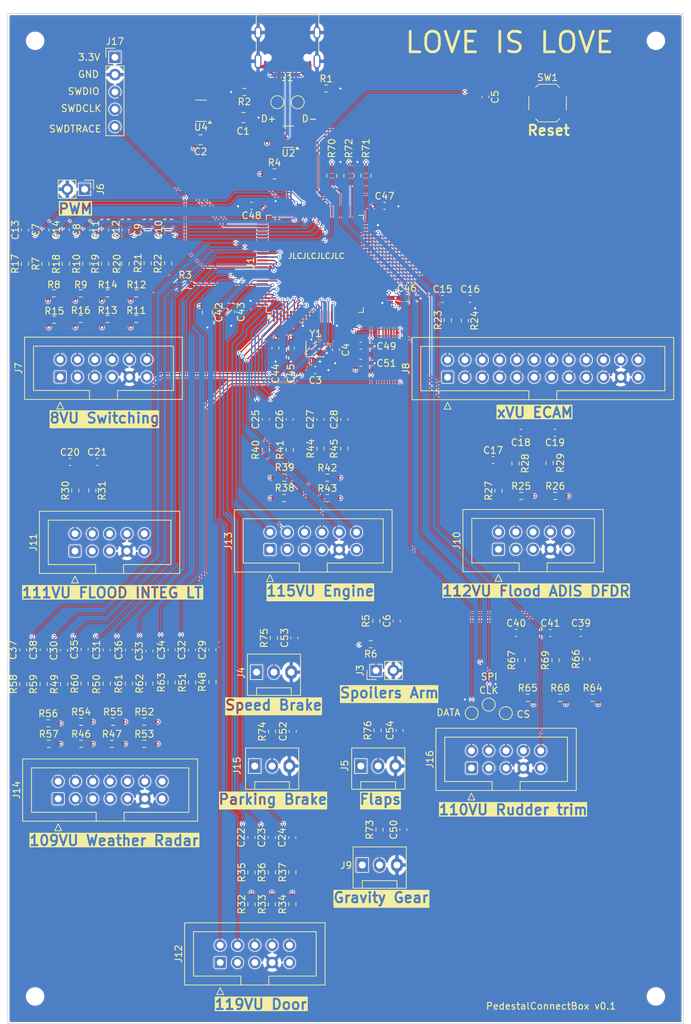
<source format=kicad_pcb>
(kicad_pcb
	(version 20240108)
	(generator "pcbnew")
	(generator_version "8.0")
	(general
		(thickness 1.6)
		(legacy_teardrops no)
	)
	(paper "A4" portrait)
	(layers
		(0 "F.Cu" signal)
		(1 "In1.Cu" signal)
		(2 "In2.Cu" signal)
		(31 "B.Cu" signal)
		(34 "B.Paste" user)
		(35 "F.Paste" user)
		(36 "B.SilkS" user "B.Silkscreen")
		(37 "F.SilkS" user "F.Silkscreen")
		(38 "B.Mask" user)
		(39 "F.Mask" user)
		(44 "Edge.Cuts" user)
		(45 "Margin" user)
		(46 "B.CrtYd" user "B.Courtyard")
		(47 "F.CrtYd" user "F.Courtyard")
		(48 "B.Fab" user)
		(49 "F.Fab" user)
	)
	(setup
		(stackup
			(layer "F.SilkS"
				(type "Top Silk Screen")
				(color "White")
			)
			(layer "F.Paste"
				(type "Top Solder Paste")
			)
			(layer "F.Mask"
				(type "Top Solder Mask")
				(color "Black")
				(thickness 0.01)
			)
			(layer "F.Cu"
				(type "copper")
				(thickness 0.035)
			)
			(layer "dielectric 1"
				(type "prepreg")
				(thickness 0.1)
				(material "FR4")
				(epsilon_r 4.5)
				(loss_tangent 0.02)
			)
			(layer "In1.Cu"
				(type "copper")
				(thickness 0.035)
			)
			(layer "dielectric 2"
				(type "core")
				(thickness 1.24)
				(material "FR4")
				(epsilon_r 4.5)
				(loss_tangent 0.02)
			)
			(layer "In2.Cu"
				(type "copper")
				(thickness 0.035)
			)
			(layer "dielectric 3"
				(type "prepreg")
				(thickness 0.1)
				(material "FR4")
				(epsilon_r 4.5)
				(loss_tangent 0.02)
			)
			(layer "B.Cu"
				(type "copper")
				(thickness 0.035)
			)
			(layer "B.Mask"
				(type "Bottom Solder Mask")
				(color "Black")
				(thickness 0.01)
			)
			(layer "B.Paste"
				(type "Bottom Solder Paste")
			)
			(layer "B.SilkS"
				(type "Bottom Silk Screen")
				(color "White")
			)
			(copper_finish "None")
			(dielectric_constraints yes)
		)
		(pad_to_mask_clearance 0)
		(allow_soldermask_bridges_in_footprints no)
		(pcbplotparams
			(layerselection 0x00010fc_ffffffff)
			(plot_on_all_layers_selection 0x0000000_00000000)
			(disableapertmacros no)
			(usegerberextensions no)
			(usegerberattributes yes)
			(usegerberadvancedattributes yes)
			(creategerberjobfile yes)
			(dashed_line_dash_ratio 12.000000)
			(dashed_line_gap_ratio 3.000000)
			(svgprecision 4)
			(plotframeref no)
			(viasonmask no)
			(mode 1)
			(useauxorigin no)
			(hpglpennumber 1)
			(hpglpenspeed 20)
			(hpglpendiameter 15.000000)
			(pdf_front_fp_property_popups yes)
			(pdf_back_fp_property_popups yes)
			(dxfpolygonmode yes)
			(dxfimperialunits yes)
			(dxfusepcbnewfont yes)
			(psnegative no)
			(psa4output no)
			(plotreference yes)
			(plotvalue yes)
			(plotfptext yes)
			(plotinvisibletext no)
			(sketchpadsonfab no)
			(subtractmaskfromsilk no)
			(outputformat 1)
			(mirror no)
			(drillshape 1)
			(scaleselection 1)
			(outputdirectory "")
		)
	)
	(net 0 "")
	(net 1 "VBUS")
	(net 2 "GND")
	(net 3 "+3V3")
	(net 4 "/HSE_IN")
	(net 5 "/HSE_OUT")
	(net 6 "/SWD_NRST")
	(net 7 "/Spoiler_arm")
	(net 8 "/AIR Capt")
	(net 9 "/AIR FO")
	(net 10 "/ECAM Capt")
	(net 11 "/ECAM FO")
	(net 12 "/EIS Capt")
	(net 13 "/EIS FO")
	(net 14 "/ATT Capt")
	(net 15 "/ATT FO")
	(net 16 "/Upper ECAM Brightness")
	(net 17 "/Lower ECAM Brightness")
	(net 18 "/FLOOD LT PED")
	(net 19 "/DFDR")
	(net 20 "/AIDS")
	(net 21 "/FLOOD LT MIP")
	(net 22 "/INTEG LT")
	(net 23 "/DOOR UNLOCK")
	(net 24 "/DOOR LOCK")
	(net 25 "/DOOR VIDEO")
	(net 26 "/ENG 1 Master")
	(net 27 "/ENG 2 Master")
	(net 28 "/ENG MODE Crank")
	(net 29 "/ENG MODE Start")
	(net 30 "/WXR Gain")
	(net 31 "/WXR Multiscan")
	(net 32 "/WXR CCS")
	(net 33 "/WXR Tilt")
	(net 34 "/WXR MAP")
	(net 35 "/WXR PWS")
	(net 36 "/WXR WX+T")
	(net 37 "/WXR TURB")
	(net 38 "/WXR SYS 1")
	(net 39 "/WXR SYS 2")
	(net 40 "/Rudder Trim Left")
	(net 41 "/Rudder Trim Right")
	(net 42 "/Rudder Reset")
	(net 43 "/Power & USB/USB_CON_D-")
	(net 44 "unconnected-(J1-SBU2-PadB8)")
	(net 45 "unconnected-(J1-SBU1-PadA8)")
	(net 46 "/Power & USB/USB_CON_D+")
	(net 47 "Net-(J1-CC2)")
	(net 48 "Net-(J1-CC1)")
	(net 49 "Net-(J3-Pin_1)")
	(net 50 "/Speed_brake")
	(net 51 "/Flaps")
	(net 52 "/PWM")
	(net 53 "Net-(J7-Pin_2)")
	(net 54 "Net-(J7-Pin_4)")
	(net 55 "Net-(J7-Pin_12)")
	(net 56 "Net-(J7-Pin_10)")
	(net 57 "Net-(J7-Pin_8)")
	(net 58 "Net-(J7-Pin_6)")
	(net 59 "/ECAM Keys Col 3")
	(net 60 "/ECAM LEDs ROW 3")
	(net 61 "/ECAM Keys Col 4")
	(net 62 "/ECAM Keys Col 2")
	(net 63 "/ECAM LEDs ROW 1")
	(net 64 "/ECAM LEDs COL 3")
	(net 65 "/ECAM LEDs ROW 2")
	(net 66 "/ECAM Keys Col 6")
	(net 67 "/ECAM Keys Row 2")
	(net 68 "/ECAM Keys Row 4")
	(net 69 "/ECAM LEDs COL 6")
	(net 70 "/ECAM Keys Col 1")
	(net 71 "/ECAM Keys Row 3")
	(net 72 "/ECAM Keys Col 5")
	(net 73 "/ECAM LEDs COL 1")
	(net 74 "/ECAM LEDs COL 4")
	(net 75 "/ECAM LEDs COL 2")
	(net 76 "/ECAM LEDs COL 5")
	(net 77 "/ECAM Keys Row 1")
	(net 78 "/Gravity Gear")
	(net 79 "Net-(J10-Pin_8)")
	(net 80 "unconnected-(J10-Pin_6-Pad6)")
	(net 81 "unconnected-(J10-Pin_5-Pad5)")
	(net 82 "Net-(J10-Pin_4)")
	(net 83 "unconnected-(J11-Pin_5-Pad5)")
	(net 84 "unconnected-(J11-Pin_6-Pad6)")
	(net 85 "/DOOR OPEN LT")
	(net 86 "Net-(J12-Pin_8)")
	(net 87 "unconnected-(J12-Pin_3-Pad3)")
	(net 88 "unconnected-(J12-Pin_5-Pad5)")
	(net 89 "Net-(J12-Pin_10)")
	(net 90 "Net-(J12-Pin_6)")
	(net 91 "/DOOR FAULT LT")
	(net 92 "Net-(J14-Pin_7)")
	(net 93 "Net-(J14-Pin_12)")
	(net 94 "Net-(J14-Pin_10)")
	(net 95 "Net-(J14-Pin_5)")
	(net 96 "Net-(J14-Pin_9)")
	(net 97 "Net-(J14-Pin_6)")
	(net 98 "Net-(J14-Pin_8)")
	(net 99 "Net-(J14-Pin_4)")
	(net 100 "/Park Brk")
	(net 101 "Net-(J16-Pin_4)")
	(net 102 "Net-(J16-Pin_3)")
	(net 103 "Net-(J16-Pin_8)")
	(net 104 "Net-(J16-Pin_6)")
	(net 105 "Net-(J16-Pin_2)")
	(net 106 "Net-(J16-Pin_5)")
	(net 107 "/SWD_IO")
	(net 108 "/SWD_CLK")
	(net 109 "/SWD_TRACE")
	(net 110 "/BOOT0")
	(net 111 "/SPI_DATA")
	(net 112 "/SPI_CLK")
	(net 113 "/SPI_CS")
	(net 114 "unconnected-(J7-Pin_11-Pad11)")
	(net 115 "unconnected-(U1-PC12-Pad80)")
	(net 116 "unconnected-(J10-Pin_9-Pad9)")
	(net 117 "unconnected-(U1-PC11-Pad79)")
	(net 118 "unconnected-(J11-Pin_9-Pad9)")
	(net 119 "unconnected-(J14-Pin_13-Pad13)")
	(net 120 "/USB_D+")
	(net 121 "unconnected-(U1-PD2-Pad83)")
	(net 122 "unconnected-(U1-NC-Pad73)")
	(net 123 "/USB_D-")
	(net 124 "unconnected-(U1-PD0-Pad81)")
	(net 125 "unconnected-(U1-PC10-Pad78)")
	(net 126 "unconnected-(U4-NC-Pad4)")
	(net 127 "Net-(J4-Pin_2)")
	(net 128 "Net-(J5-Pin_2)")
	(net 129 "Net-(J9-Pin_2)")
	(net 130 "Net-(J15-Pin_2)")
	(net 131 "Net-(J14-Pin_3)")
	(net 132 "unconnected-(J14-Pin_14-Pad14)")
	(net 133 "Net-(J14-Pin_2)")
	(net 134 "Net-(J7-Pin_5)")
	(net 135 "unconnected-(J7-Pin_7-Pad7)")
	(net 136 "Net-(J7-Pin_3)")
	(net 137 "Net-(J8-Pin_2)")
	(net 138 "Net-(J8-Pin_4)")
	(net 139 "unconnected-(J10-Pin_3-Pad3)")
	(net 140 "Net-(J10-Pin_2)")
	(net 141 "unconnected-(J10-Pin_10-Pad10)")
	(net 142 "unconnected-(J11-Pin_8-Pad8)")
	(net 143 "unconnected-(J11-Pin_10-Pad10)")
	(net 144 "Net-(J11-Pin_2)")
	(net 145 "unconnected-(J11-Pin_3-Pad3)")
	(net 146 "Net-(J11-Pin_4)")
	(net 147 "Net-(J13-Pin_8)")
	(net 148 "unconnected-(J13-Pin_7-Pad7)")
	(net 149 "/ENG 1 Fault")
	(net 150 "Net-(J13-Pin_3)")
	(net 151 "Net-(J13-Pin_6)")
	(net 152 "Net-(J13-Pin_5)")
	(net 153 "/ENG 1 Fire")
	(net 154 "/ENG 2 Fire")
	(net 155 "/ENG 2 Fault")
	(net 156 "/Rudder Display PWM")
	(footprint "Resistor_SMD:R_0603_1608Metric" (layer "F.Cu") (at 152.79 111.575 -90))
	(footprint "Capacitor_SMD:C_0603_1608Metric" (layer "F.Cu") (at 125.45 122.025 90))
	(footprint "Connector_PinHeader_2.54mm:PinHeader_1x05_P2.54mm_Vertical" (layer "F.Cu") (at 83.7 23.42))
	(footprint "Package_TO_SOT_SMD:SOT-23-5" (layer "F.Cu") (at 96.3125 31.25 180))
	(footprint "Connector_IDC:IDC-Header_2x05_P2.54mm_Vertical" (layer "F.Cu") (at 77.84 95.75 90))
	(footprint "Capacitor_SMD:C_0603_1608Metric" (layer "F.Cu") (at 76.5 48.725 -90))
	(footprint "Resistor_SMD:R_0603_1608Metric" (layer "F.Cu") (at 95 115 90))
	(footprint "Resistor_SMD:R_0603_1608Metric" (layer "F.Cu") (at 85.25 53.675 -90))
	(footprint "Resistor_SMD:R_0603_1608Metric" (layer "F.Cu") (at 144.215 117.25))
	(footprint "Resistor_SMD:R_0603_1608Metric" (layer "F.Cu") (at 102.675 28.5 180))
	(footprint "Resistor_SMD:R_0603_1608Metric" (layer "F.Cu") (at 73.925 121))
	(footprint "Capacitor_SMD:C_0603_1608Metric" (layer "F.Cu") (at 82.5 110.225 -90))
	(footprint "Capacitor_SMD:C_0603_1608Metric" (layer "F.Cu") (at 107.225 66.025 -90))
	(footprint "Resistor_SMD:R_0603_1608Metric" (layer "F.Cu") (at 78.75 124))
	(footprint "Resistor_SMD:R_0603_1608Metric" (layer "F.Cu") (at 79.25 115.175 90))
	(footprint "Capacitor_SMD:C_0603_1608Metric" (layer "F.Cu") (at 73.5 48.725 -90))
	(footprint "Capacitor_SMD:C_0603_1608Metric" (layer "F.Cu") (at 105.83 76.475 -90))
	(footprint "Button_Switch_SMD:SW_Push_1P1T_XKB_TS-1187A" (layer "F.Cu") (at 147.125 30.125))
	(footprint "Capacitor_SMD:C_0603_1608Metric" (layer "F.Cu") (at 116.1 66.275 -90))
	(footprint "Capacitor_SMD:C_0603_1608Metric" (layer "F.Cu") (at 103.71 137.725 -90))
	(footprint "Capacitor_SMD:C_0603_1608Metric" (layer "F.Cu") (at 109.775 122.175 90))
	(footprint "TestPoint:TestPoint_Pad_D1.5mm" (layer "F.Cu") (at 141 119.5))
	(footprint "MountingHole:MountingHole_2.2mm_M2" (layer "F.Cu") (at 163 21))
	(footprint "Resistor_SMD:R_0603_1608Metric" (layer "F.Cu") (at 98 114.925 -90))
	(footprint "Resistor_SMD:R_0603_1608Metric" (layer "F.Cu") (at 82.5 115.175 -90))
	(footprint "Capacitor_SMD:C_0603_1608Metric" (layer "F.Cu") (at 82.25 48.725 -90))
	(footprint "NiasStuff:USB_C_Receptacle_G-Switch_GT-USB-7010ASV" (layer "F.Cu") (at 109 20.875 180))
	(footprint "Resistor_SMD:R_0603_1608Metric" (layer "F.Cu") (at 109.71 147.5 90))
	(footprint "Resistor_SMD:R_0603_1608Metric" (layer "F.Cu") (at 78.75 120.75))
	(footprint "Resistor_SMD:R_0603_1608Metric" (layer "F.Cu") (at 148.245 87.675))
	(footprint "Resistor_SMD:R_0805_2012Metric" (layer "F.Cu") (at 120.5 40.7625 90))
	(footprint "Resistor_SMD:R_0603_1608Metric" (layer "F.Cu") (at 117.33 80.75 -90))
	(footprint "Connector_IDC:IDC-Header_2x12_P2.54mm_Vertical" (layer "F.Cu") (at 132.46 70.29 90))
	(footprint "MountingHole:MountingHole_2.2mm_M2" (layer "F.Cu") (at 72 161))
	(footprint "Resistor_SMD:R_0603_1608Metric"
		(layer "F.Cu")
		(uuid "2f81381b-0070-4924-a710-b5c0e69a89b3")
		(at 70.25 115.25 90)
		(descr "Resistor SMD 0603 (1608 Metric), square (rectangular) end terminal, IPC_7351 nominal, (Body size source: IPC-SM-782 page 72, https://www.pcb-3d.com/wordpress/wp-content/uploads/ipc-sm-782a_amendment_1_and_2.pdf), generated with kicad-footprint-generator")
		(tags "resistor")
		(property "Reference" "R58"
			(at 0 -1.43 270)
			(layer "F.SilkS")
			(uuid "2224c7e8-2945-4135-89b5-e9430fd56e5a")
			(effects
				(font
					(size 1 1)
					(thickness 0.15)
				)
			)
		)
		(property "Value" "10k"
			(at 0 1.43 270)
			(layer "F.Fab")
			(uuid "9ef6a22d-7b83-486b-b2cf-43da7e4e00a2")
			(effects
				(font
					(size 1 1)
					(thickness 0.15)
				)
			)
		)
		(property "Footprint" "Resistor_SMD:R_0603_1608Metric"
			(at 0 0 90)
			(unlocked yes)
			(layer "F.Fab")
			(hide yes)
			(uuid "b367f01d-dd6d-4ad6-a16f-9807a1459090")
			(effects
				(font
					(size 1.27 1.27)
				)
			)
		)
		(property "Datasheet" "https://www.lcsc.com/datasheet/lcsc_datasheet_2206010045_UNI-ROYAL-Uniroyal-Elec-0603WAF1002T5E_C25804.pdf"
			(at 0 0 90)
			(unlocked yes)
			(layer "F.Fab")
			(hide yes)
			(uuid "a9ac4549-a3c6-4c73-8f68-4f0035d01a55")
			(effects
				(font
					(size 1.27 1.27)
				)
			)
		)
		(prope
... [2497244 chars truncated]
</source>
